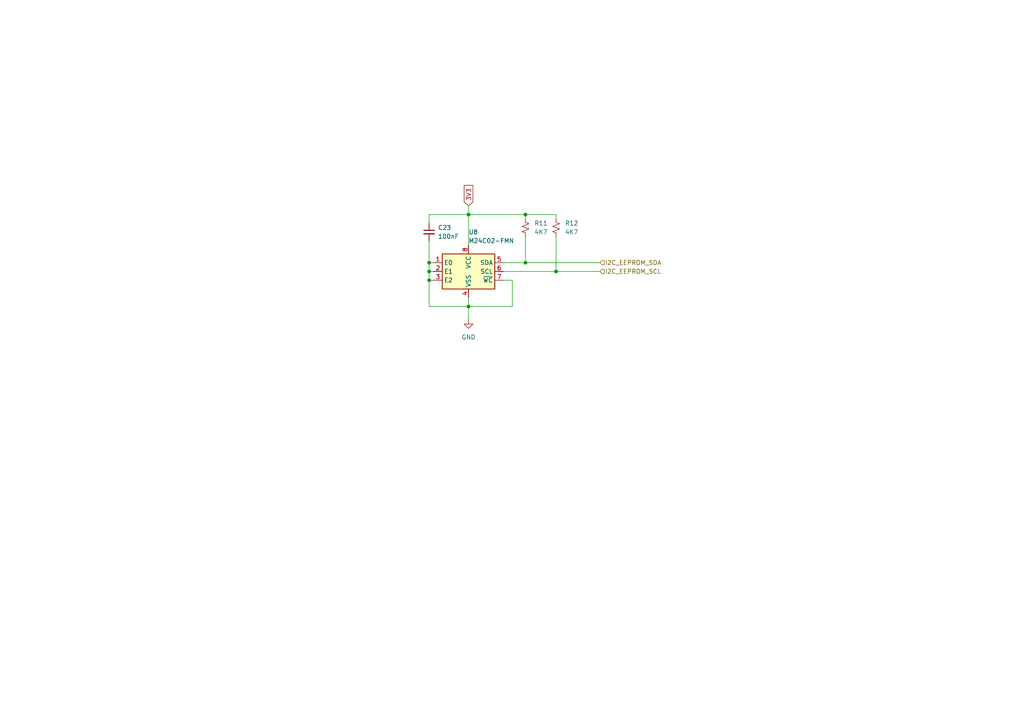
<source format=kicad_sch>
(kicad_sch (version 20250114) (generator "eeschema") (generator_version "9.0")
  (paper "A4")
  (lib_symbols
    (symbol "Device:C_Small" (pin_numbers (hide yes)) (pin_names (offset 0.254) (hide yes))
      (property "Reference" "C" (at 0.254 1.778 0))
      (property "Value" "C_Small" (at 0.254 -2.032 0))
      (symbol "C_Small_0_1"
        (polyline (pts (xy -1.524 0.508) (xy 1.524 0.508)) (stroke (width 0.3048)))
        (polyline (pts (xy -1.524 -0.508) (xy 1.524 -0.508)) (stroke (width 0.3302)))
      )
      (symbol "C_Small_1_1"
        (pin passive line (at 0 2.54 270) (length 2.032) (name "~") (number "1"))
        (pin passive line (at 0 -2.54 90) (length 2.032) (name "~") (number "2"))
      )
    )
    (symbol "Device:R_Small_US" (pin_numbers (hide yes)) (pin_names (offset 0.254) (hide yes))
      (property "Reference" "R" (at 0.762 0.508 0))
      (property "Value" "R_Small_US" (at 0.762 -1.016 0))
      (symbol "R_Small_US_1_1"
        (polyline (pts (xy 0 1.524) (xy 1.016 1.143) (xy 0 0.762) (xy -1.016 0.381) (xy 0 0)))
        (polyline (pts (xy 0 0) (xy 1.016 -0.381) (xy 0 -0.762) (xy -1.016 -1.143) (xy 0 -1.524)))
        (pin passive line (at 0 2.54 270) (length 1.016) (name "~") (number "1"))
        (pin passive line (at 0 -2.54 90) (length 1.016) (name "~") (number "2"))
      )
    )
    (symbol "Memory_EEPROM:M24C02-FMN"
      (property "Reference" "U" (at -6.35 6.35 0))
      (property "Value" "M24C02-FMN" (at 7.62 6.35 0))
      (symbol "M24C02-FMN_0_1"
        (rectangle (start -7.62 5.08) (end 7.62 -5.08) (stroke (width 0.254)) (fill (type background)))
      )
      (symbol "M24C02-FMN_1_1"
        (pin input line (at -10.16 2.54 0) (length 2.54) (name "E0") (number "1"))
        (pin input line (at -10.16 0 0) (length 2.54) (name "E1") (number "2"))
        (pin input line (at -10.16 -2.54 0) (length 2.54) (name "E2") (number "3"))
        (pin power_in line (at 0 7.62 270) (length 2.54) (name "VCC") (number "8"))
        (pin power_in line (at 0 -7.62 90) (length 2.54) (name "VSS") (number "4"))
        (pin bidirectional line (at 10.16 2.54 180) (length 2.54) (name "SDA") (number "5"))
        (pin input line (at 10.16 0 180) (length 2.54) (name "SCL") (number "6"))
        (pin input line (at 10.16 -2.54 180) (length 2.54) (name "~{WC}") (number "7"))
      )
    )
    (symbol "power:GND" (power) (pin_numbers (hide yes)) (pin_names (offset 0) (hide yes))
      (property "Value" "GND" (at 0 -3.81 0))
      (symbol "GND_0_1"
        (polyline (pts (xy 0 0) (xy 0 -1.27) (xy 1.27 -1.27) (xy 0 -2.54) (xy -1.27 -1.27) (xy 0 -1.27)))
      )
      (symbol "GND_1_1"
        (pin power_in line (at 0 0 270) (length 0) (name "~") (number "1"))
      )
    )
  )
  (junction (at 161.29 78.74))
  (junction (at 135.89 62.23))
  (junction (at 152.4 62.23))
  (junction (at 124.46 78.74))
  (junction (at 124.46 81.28))
  (junction (at 124.46 76.2))
  (junction (at 135.89 88.9))
  (junction (at 152.4 76.2))
  (wire (pts (xy 161.29 62.23) (xy 152.4 62.23)))
  (wire (pts (xy 161.29 78.74) (xy 173.99 78.74)))
  (wire (pts (xy 135.89 62.23) (xy 135.89 71.12)))
  (wire (pts (xy 124.46 88.9) (xy 124.46 81.28)))
  (wire (pts (xy 125.73 78.74) (xy 124.46 78.74)))
  (wire (pts (xy 124.46 64.77) (xy 124.46 62.23)))
  (wire (pts (xy 135.89 62.23) (xy 152.4 62.23)))
  (wire (pts (xy 161.29 63.5) (xy 161.29 62.23)))
  (wire (pts (xy 124.46 76.2) (xy 124.46 78.74)))
  (wire (pts (xy 124.46 62.23) (xy 135.89 62.23)))
  (wire (pts (xy 152.4 62.23) (xy 152.4 63.5)))
  (wire (pts (xy 146.05 76.2) (xy 152.4 76.2)))
  (wire (pts (xy 124.46 78.74) (xy 124.46 81.28)))
  (wire (pts (xy 124.46 81.28) (xy 125.73 81.28)))
  (wire (pts (xy 124.46 69.85) (xy 124.46 76.2)))
  (wire (pts (xy 125.73 76.2) (xy 124.46 76.2)))
  (wire (pts (xy 152.4 76.2) (xy 173.99 76.2)))
  (wire (pts (xy 135.89 59.69) (xy 135.89 62.23)))
  (wire (pts (xy 161.29 68.58) (xy 161.29 78.74)))
  (wire (pts (xy 148.59 81.28) (xy 148.59 88.9)))
  (wire (pts (xy 148.59 88.9) (xy 135.89 88.9)))
  (wire (pts (xy 146.05 81.28) (xy 148.59 81.28)))
  (wire (pts (xy 135.89 88.9) (xy 135.89 86.36)))
  (wire (pts (xy 146.05 78.74) (xy 161.29 78.74)))
  (wire (pts (xy 124.46 88.9) (xy 135.89 88.9)))
  (wire (pts (xy 152.4 68.58) (xy 152.4 76.2)))
  (wire (pts (xy 135.89 88.9) (xy 135.89 92.71)))
  (global_label "3V3" (shape input) (at 135.89 59.69 90) (property "Intersheetrefs" "${INTERSHEET_REFS}" (effects (hide yes))))
  (hierarchical_label "I2C_EEPROM_SCL" (shape input) (at 173.99 78.74 0))
  (hierarchical_label "I2C_EEPROM_SDA" (shape input) (at 173.99 76.2 0))
  (symbol (lib_id "power:GND") (at 135.89 92.71 0) (unit 1)
    (property "Reference" "#PWR018" (effects (hide yes)))
    (property "Value" "GND" (at 135.89 97.79 0))
    (property "Description" "Power symbol creates a global label with name \"GND\" , ground" (effects (hide yes)))
  )
  (symbol (lib_id "Device:C_Small") (at 124.46 67.31 0) (unit 1)
    (property "Reference" "C23" (at 127 66.0462 0) (effects (justify left)))
    (property "Value" "100nF" (at 127 68.5862 0) (effects (justify left)))
    (property "Footprint" "Capacitor_SMD:C_0805_2012Metric_Pad1.18x1.45mm_HandSolder" (effects (hide yes)))
    (property "Description" "Unpolarized capacitor, small symbol" (effects (hide yes)))
  )
  (symbol (lib_id "Memory_EEPROM:M24C02-FMN") (at 135.89 78.74 0) (unit 1)
    (property "Reference" "U8" (at 135.89 67.31 0) (effects (justify left)))
    (property "Value" "M24C02-FMN" (at 135.89 69.85 0) (effects (justify left)))
    (property "Footprint" "Package_SO:SOIC-8_3.9x4.9mm_P1.27mm" (effects (hide yes)))
    (property "Datasheet" "http://www.st.com/content/ccc/resource/technical/document/datasheet/b0/d8/50/40/5a/85/49/6f/DM00071904.pdf/files/DM00071904.pdf/jcr:content/translations/en.DM00071904.pdf" (effects (hide yes)))
    (property "Description" "2Kb (256x8) I2C Serial EEPROM, 1.6-5.5V, SOIC-8" (effects (hide yes)))
  )
  (symbol (lib_id "Device:R_Small_US") (at 152.4 66.04 0) (unit 1)
    (property "Reference" "R11" (at 154.94 64.7699 0) (effects (justify left)))
    (property "Value" "4K7" (at 154.94 67.3099 0) (effects (justify left)))
    (property "Footprint" "Resistor_SMD:R_0805_2012Metric_Pad1.20x1.40mm_HandSolder" (effects (hide yes)))
    (property "Description" "Resistor, small US symbol" (effects (hide yes)))
  )
  (symbol (lib_id "Device:R_Small_US") (at 161.29 66.04 0) (unit 1)
    (property "Reference" "R12" (at 163.83 64.7699 0) (effects (justify left)))
    (property "Value" "4K7" (at 163.83 67.3099 0) (effects (justify left)))
    (property "Footprint" "Resistor_SMD:R_0805_2012Metric_Pad1.20x1.40mm_HandSolder" (effects (hide yes)))
    (property "Description" "Resistor, small US symbol" (effects (hide yes)))
  )
)
</source>
